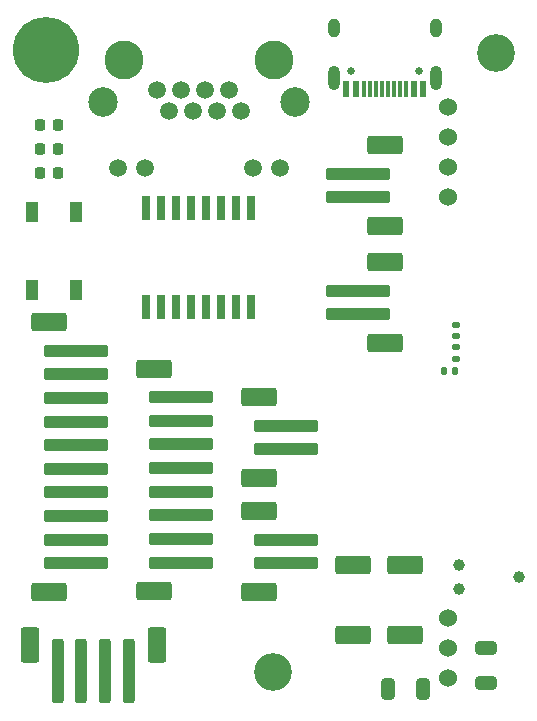
<source format=gbr>
%TF.GenerationSoftware,KiCad,Pcbnew,8.0.0*%
%TF.CreationDate,2024-03-22T12:56:57+01:00*%
%TF.ProjectId,WCH-ETH-LOW,5743482d-4554-4482-9d4c-4f572e6b6963,rev?*%
%TF.SameCoordinates,Original*%
%TF.FileFunction,Soldermask,Top*%
%TF.FilePolarity,Negative*%
%FSLAX46Y46*%
G04 Gerber Fmt 4.6, Leading zero omitted, Abs format (unit mm)*
G04 Created by KiCad (PCBNEW 8.0.0) date 2024-03-22 12:56:57*
%MOMM*%
%LPD*%
G01*
G04 APERTURE LIST*
G04 Aperture macros list*
%AMRoundRect*
0 Rectangle with rounded corners*
0 $1 Rounding radius*
0 $2 $3 $4 $5 $6 $7 $8 $9 X,Y pos of 4 corners*
0 Add a 4 corners polygon primitive as box body*
4,1,4,$2,$3,$4,$5,$6,$7,$8,$9,$2,$3,0*
0 Add four circle primitives for the rounded corners*
1,1,$1+$1,$2,$3*
1,1,$1+$1,$4,$5*
1,1,$1+$1,$6,$7*
1,1,$1+$1,$8,$9*
0 Add four rect primitives between the rounded corners*
20,1,$1+$1,$2,$3,$4,$5,0*
20,1,$1+$1,$4,$5,$6,$7,0*
20,1,$1+$1,$6,$7,$8,$9,0*
20,1,$1+$1,$8,$9,$2,$3,0*%
G04 Aperture macros list end*
%ADD10RoundRect,0.250000X2.500000X-0.250000X2.500000X0.250000X-2.500000X0.250000X-2.500000X-0.250000X0*%
%ADD11RoundRect,0.250000X1.250000X-0.550000X1.250000X0.550000X-1.250000X0.550000X-1.250000X-0.550000X0*%
%ADD12RoundRect,0.250000X-2.500000X0.250000X-2.500000X-0.250000X2.500000X-0.250000X2.500000X0.250000X0*%
%ADD13RoundRect,0.250000X-1.250000X0.550000X-1.250000X-0.550000X1.250000X-0.550000X1.250000X0.550000X0*%
%ADD14RoundRect,0.218750X0.218750X0.256250X-0.218750X0.256250X-0.218750X-0.256250X0.218750X-0.256250X0*%
%ADD15RoundRect,0.147500X-0.172500X0.147500X-0.172500X-0.147500X0.172500X-0.147500X0.172500X0.147500X0*%
%ADD16C,0.650000*%
%ADD17R,0.600000X1.450000*%
%ADD18R,0.300000X1.450000*%
%ADD19O,1.000000X2.100000*%
%ADD20O,1.000000X1.600000*%
%ADD21C,3.200000*%
%ADD22R,0.750000X2.000000*%
%ADD23C,3.600000*%
%ADD24C,5.600000*%
%ADD25RoundRect,0.250000X-0.650000X0.325000X-0.650000X-0.325000X0.650000X-0.325000X0.650000X0.325000X0*%
%ADD26RoundRect,0.250000X-1.250000X-0.550000X1.250000X-0.550000X1.250000X0.550000X-1.250000X0.550000X0*%
%ADD27RoundRect,0.140000X0.170000X-0.140000X0.170000X0.140000X-0.170000X0.140000X-0.170000X-0.140000X0*%
%ADD28RoundRect,0.140000X0.140000X0.170000X-0.140000X0.170000X-0.140000X-0.170000X0.140000X-0.170000X0*%
%ADD29C,2.500000*%
%ADD30C,1.520000*%
%ADD31C,3.300000*%
%ADD32C,1.524000*%
%ADD33RoundRect,0.250000X0.325000X0.650000X-0.325000X0.650000X-0.325000X-0.650000X0.325000X-0.650000X0*%
%ADD34R,1.000000X1.700000*%
%ADD35RoundRect,0.250000X-0.250000X-2.500000X0.250000X-2.500000X0.250000X2.500000X-0.250000X2.500000X0*%
%ADD36RoundRect,0.250000X-0.550000X-1.250000X0.550000X-1.250000X0.550000X1.250000X-0.550000X1.250000X0*%
%ADD37C,0.990600*%
G04 APERTURE END LIST*
D10*
%TO.C,J2*%
X79502000Y-118872000D03*
X79502000Y-116872000D03*
X79502000Y-114872000D03*
X79502000Y-112872000D03*
X79502000Y-110872000D03*
X79502000Y-108872000D03*
X79502000Y-106872000D03*
X79502000Y-104872000D03*
X79502000Y-102872000D03*
X79502000Y-100872000D03*
D11*
X77252000Y-121272000D03*
X77252000Y-98472000D03*
%TD*%
D12*
%TO.C,J6*%
X103394000Y-95774000D03*
X103394000Y-97774000D03*
D13*
X105644000Y-93374000D03*
X105644000Y-100174000D03*
%TD*%
D14*
%TO.C,D26*%
X78003500Y-83820000D03*
X76428500Y-83820000D03*
%TD*%
D15*
%TO.C,L4*%
X111660000Y-100595000D03*
X111660000Y-101565000D03*
%TD*%
D16*
%TO.C,J10*%
X108554000Y-77224000D03*
X102774000Y-77224000D03*
D17*
X108914000Y-78669000D03*
X108114000Y-78669000D03*
D18*
X106914000Y-78669000D03*
X105914000Y-78669000D03*
X105414000Y-78669000D03*
X104414000Y-78669000D03*
D17*
X103214000Y-78669000D03*
X102414000Y-78669000D03*
X102414000Y-78669000D03*
X103214000Y-78669000D03*
D18*
X103914000Y-78669000D03*
X104914000Y-78669000D03*
X106414000Y-78669000D03*
X107414000Y-78669000D03*
D17*
X108114000Y-78669000D03*
X108914000Y-78669000D03*
D19*
X109984000Y-77754000D03*
D20*
X109984000Y-73574000D03*
D19*
X101344000Y-77754000D03*
D20*
X101344000Y-73574000D03*
%TD*%
D21*
%TO.C,H3*%
X96160000Y-128080000D03*
%TD*%
D22*
%TO.C,L2*%
X85471000Y-97164000D03*
X86741000Y-97164000D03*
X88011000Y-97164000D03*
X89281000Y-97164000D03*
X90551000Y-97164000D03*
X91821000Y-97164000D03*
X93091000Y-97164000D03*
X94361000Y-97164000D03*
X94361000Y-88764000D03*
X93091000Y-88764000D03*
X91821000Y-88764000D03*
X90551000Y-88764000D03*
X89281000Y-88764000D03*
X88011000Y-88764000D03*
X86741000Y-88764000D03*
X85471000Y-88764000D03*
%TD*%
D14*
%TO.C,D19*%
X78003500Y-85852000D03*
X76428500Y-85852000D03*
%TD*%
D21*
%TO.C,H2*%
X115062000Y-75692000D03*
%TD*%
D10*
%TO.C,J7*%
X88392000Y-118808000D03*
X88392000Y-116808000D03*
X88392000Y-114808000D03*
X88392000Y-112808000D03*
X88392000Y-110808000D03*
X88392000Y-108808000D03*
X88392000Y-106808000D03*
X88392000Y-104808000D03*
D11*
X86142000Y-121208000D03*
X86142000Y-102408000D03*
%TD*%
D23*
%TO.C,H1*%
X76962000Y-75438000D03*
D24*
X76962000Y-75438000D03*
%TD*%
D25*
%TO.C,C43*%
X114250000Y-126065000D03*
X114250000Y-129015000D03*
%TD*%
D26*
%TO.C,C10*%
X102956000Y-124968000D03*
X107356000Y-124968000D03*
%TD*%
D10*
%TO.C,J3*%
X97282000Y-118872000D03*
X97282000Y-116872000D03*
D11*
X95032000Y-121272000D03*
X95032000Y-114472000D03*
%TD*%
D27*
%TO.C,C42*%
X111660000Y-99660000D03*
X111660000Y-98700000D03*
%TD*%
D14*
%TO.C,D27*%
X78003500Y-81788000D03*
X76428500Y-81788000D03*
%TD*%
D28*
%TO.C,C45*%
X111640000Y-102580000D03*
X110680000Y-102580000D03*
%TD*%
D29*
%TO.C,RJ1*%
X98046000Y-79835000D03*
X81786000Y-79835000D03*
D30*
X83056000Y-85405000D03*
X85346000Y-85405000D03*
X94486000Y-85405000D03*
X96776000Y-85405000D03*
X93486000Y-80595000D03*
X92466000Y-78805000D03*
X91446000Y-80595000D03*
X90426000Y-78805000D03*
X89406000Y-80595000D03*
X88386000Y-78805000D03*
X87366000Y-80595000D03*
X86346000Y-78805000D03*
D31*
X96266000Y-76265000D03*
X83566000Y-76265000D03*
%TD*%
D26*
%TO.C,C13*%
X102930000Y-118970000D03*
X107330000Y-118970000D03*
%TD*%
D32*
%TO.C,U6*%
X110998000Y-80264000D03*
X110998000Y-82804000D03*
X110998000Y-85344000D03*
X110998000Y-87884000D03*
X110998000Y-123484000D03*
X110998000Y-126024000D03*
X110998000Y-128564000D03*
%TD*%
D12*
%TO.C,J4*%
X103394000Y-85868000D03*
X103394000Y-87868000D03*
D13*
X105644000Y-83468000D03*
X105644000Y-90268000D03*
%TD*%
D10*
%TO.C,J5*%
X97282000Y-109220000D03*
X97282000Y-107220000D03*
D11*
X95032000Y-111620000D03*
X95032000Y-104820000D03*
%TD*%
D33*
%TO.C,C44*%
X108875000Y-129530000D03*
X105925000Y-129530000D03*
%TD*%
D34*
%TO.C,SW1*%
X75802000Y-95754000D03*
X75802000Y-89154000D03*
X79502000Y-95754000D03*
X79502000Y-89154000D03*
%TD*%
D35*
%TO.C,J1*%
X77978000Y-128016000D03*
X79978000Y-128016000D03*
X81978000Y-128016000D03*
X83978000Y-128016000D03*
D36*
X75578000Y-125766000D03*
X86378000Y-125766000D03*
%TD*%
D37*
%TO.C,J9*%
X117005000Y-120005000D03*
X111925000Y-118989000D03*
X111925000Y-121021000D03*
%TD*%
M02*

</source>
